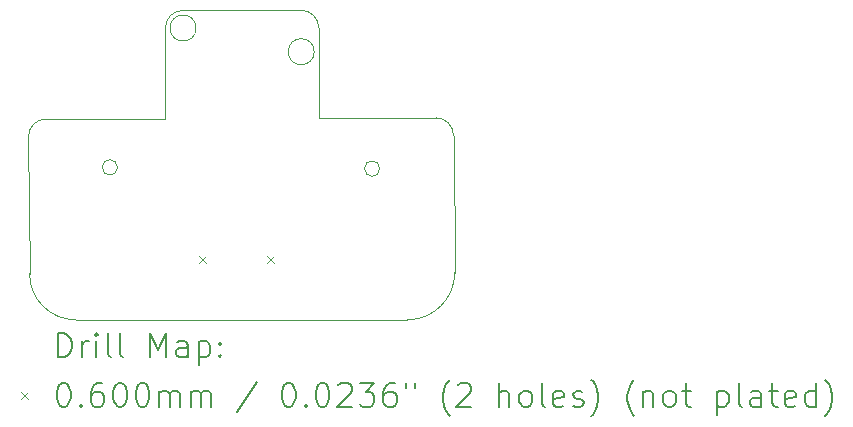
<source format=gbr>
%TF.GenerationSoftware,KiCad,Pcbnew,(6.0.10)*%
%TF.CreationDate,2023-07-05T14:15:24+02:00*%
%TF.ProjectId,USB-Tag,5553422d-5461-4672-9e6b-696361645f70,rev?*%
%TF.SameCoordinates,Original*%
%TF.FileFunction,Drillmap*%
%TF.FilePolarity,Positive*%
%FSLAX45Y45*%
G04 Gerber Fmt 4.5, Leading zero omitted, Abs format (unit mm)*
G04 Created by KiCad (PCBNEW (6.0.10)) date 2023-07-05 14:15:24*
%MOMM*%
%LPD*%
G01*
G04 APERTURE LIST*
%ADD10C,0.100000*%
%ADD11C,0.200000*%
%ADD12C,0.060000*%
G04 APERTURE END LIST*
D10*
X14970000Y-9170000D02*
X15960000Y-9170000D01*
X16120000Y-10480000D02*
X16110000Y-9320000D01*
X12660000Y-9180000D02*
X13670000Y-9180000D01*
X15485000Y-9600000D02*
G75*
G03*
X15485000Y-9600000I-65000J0D01*
G01*
X13930000Y-8410000D02*
G75*
G03*
X13930000Y-8410000I-110000J0D01*
G01*
X12660000Y-9180000D02*
G75*
G03*
X12510000Y-9330000I0J-150000D01*
G01*
X13820000Y-8260000D02*
X14820000Y-8260000D01*
X14930000Y-8610000D02*
G75*
G03*
X14930000Y-8610000I-110000J0D01*
G01*
X14970000Y-9170000D02*
X14970000Y-8410000D01*
X12520000Y-10490000D02*
G75*
G03*
X12910000Y-10880000I390000J0D01*
G01*
X13670000Y-9180000D02*
X13670000Y-8410000D01*
X13820000Y-8260000D02*
G75*
G03*
X13670000Y-8410000I0J-150000D01*
G01*
X13265000Y-9590000D02*
G75*
G03*
X13265000Y-9590000I-65000J0D01*
G01*
X12910000Y-10880000D02*
X15720000Y-10880000D01*
X12520000Y-10490000D02*
X12510000Y-9330000D01*
X15720000Y-10880000D02*
G75*
G03*
X16120000Y-10480000I0J400000D01*
G01*
X14970000Y-8410000D02*
G75*
G03*
X14820000Y-8260000I-150000J0D01*
G01*
X16110000Y-9320000D02*
G75*
G03*
X15960000Y-9170000I-150000J0D01*
G01*
D11*
D12*
X13951000Y-10337000D02*
X14011000Y-10397000D01*
X14011000Y-10337000D02*
X13951000Y-10397000D01*
X14529000Y-10337000D02*
X14589000Y-10397000D01*
X14589000Y-10337000D02*
X14529000Y-10397000D01*
D11*
X12762619Y-11195476D02*
X12762619Y-10995476D01*
X12810238Y-10995476D01*
X12838809Y-11005000D01*
X12857857Y-11024048D01*
X12867381Y-11043095D01*
X12876905Y-11081190D01*
X12876905Y-11109762D01*
X12867381Y-11147857D01*
X12857857Y-11166905D01*
X12838809Y-11185952D01*
X12810238Y-11195476D01*
X12762619Y-11195476D01*
X12962619Y-11195476D02*
X12962619Y-11062143D01*
X12962619Y-11100238D02*
X12972143Y-11081190D01*
X12981667Y-11071667D01*
X13000714Y-11062143D01*
X13019762Y-11062143D01*
X13086428Y-11195476D02*
X13086428Y-11062143D01*
X13086428Y-10995476D02*
X13076905Y-11005000D01*
X13086428Y-11014524D01*
X13095952Y-11005000D01*
X13086428Y-10995476D01*
X13086428Y-11014524D01*
X13210238Y-11195476D02*
X13191190Y-11185952D01*
X13181667Y-11166905D01*
X13181667Y-10995476D01*
X13315000Y-11195476D02*
X13295952Y-11185952D01*
X13286428Y-11166905D01*
X13286428Y-10995476D01*
X13543571Y-11195476D02*
X13543571Y-10995476D01*
X13610238Y-11138333D01*
X13676905Y-10995476D01*
X13676905Y-11195476D01*
X13857857Y-11195476D02*
X13857857Y-11090714D01*
X13848333Y-11071667D01*
X13829286Y-11062143D01*
X13791190Y-11062143D01*
X13772143Y-11071667D01*
X13857857Y-11185952D02*
X13838809Y-11195476D01*
X13791190Y-11195476D01*
X13772143Y-11185952D01*
X13762619Y-11166905D01*
X13762619Y-11147857D01*
X13772143Y-11128810D01*
X13791190Y-11119286D01*
X13838809Y-11119286D01*
X13857857Y-11109762D01*
X13953095Y-11062143D02*
X13953095Y-11262143D01*
X13953095Y-11071667D02*
X13972143Y-11062143D01*
X14010238Y-11062143D01*
X14029286Y-11071667D01*
X14038809Y-11081190D01*
X14048333Y-11100238D01*
X14048333Y-11157381D01*
X14038809Y-11176429D01*
X14029286Y-11185952D01*
X14010238Y-11195476D01*
X13972143Y-11195476D01*
X13953095Y-11185952D01*
X14134048Y-11176429D02*
X14143571Y-11185952D01*
X14134048Y-11195476D01*
X14124524Y-11185952D01*
X14134048Y-11176429D01*
X14134048Y-11195476D01*
X14134048Y-11071667D02*
X14143571Y-11081190D01*
X14134048Y-11090714D01*
X14124524Y-11081190D01*
X14134048Y-11071667D01*
X14134048Y-11090714D01*
D12*
X12445000Y-11495000D02*
X12505000Y-11555000D01*
X12505000Y-11495000D02*
X12445000Y-11555000D01*
D11*
X12800714Y-11415476D02*
X12819762Y-11415476D01*
X12838809Y-11425000D01*
X12848333Y-11434524D01*
X12857857Y-11453571D01*
X12867381Y-11491667D01*
X12867381Y-11539286D01*
X12857857Y-11577381D01*
X12848333Y-11596428D01*
X12838809Y-11605952D01*
X12819762Y-11615476D01*
X12800714Y-11615476D01*
X12781667Y-11605952D01*
X12772143Y-11596428D01*
X12762619Y-11577381D01*
X12753095Y-11539286D01*
X12753095Y-11491667D01*
X12762619Y-11453571D01*
X12772143Y-11434524D01*
X12781667Y-11425000D01*
X12800714Y-11415476D01*
X12953095Y-11596428D02*
X12962619Y-11605952D01*
X12953095Y-11615476D01*
X12943571Y-11605952D01*
X12953095Y-11596428D01*
X12953095Y-11615476D01*
X13134048Y-11415476D02*
X13095952Y-11415476D01*
X13076905Y-11425000D01*
X13067381Y-11434524D01*
X13048333Y-11463095D01*
X13038809Y-11501190D01*
X13038809Y-11577381D01*
X13048333Y-11596428D01*
X13057857Y-11605952D01*
X13076905Y-11615476D01*
X13115000Y-11615476D01*
X13134048Y-11605952D01*
X13143571Y-11596428D01*
X13153095Y-11577381D01*
X13153095Y-11529762D01*
X13143571Y-11510714D01*
X13134048Y-11501190D01*
X13115000Y-11491667D01*
X13076905Y-11491667D01*
X13057857Y-11501190D01*
X13048333Y-11510714D01*
X13038809Y-11529762D01*
X13276905Y-11415476D02*
X13295952Y-11415476D01*
X13315000Y-11425000D01*
X13324524Y-11434524D01*
X13334048Y-11453571D01*
X13343571Y-11491667D01*
X13343571Y-11539286D01*
X13334048Y-11577381D01*
X13324524Y-11596428D01*
X13315000Y-11605952D01*
X13295952Y-11615476D01*
X13276905Y-11615476D01*
X13257857Y-11605952D01*
X13248333Y-11596428D01*
X13238809Y-11577381D01*
X13229286Y-11539286D01*
X13229286Y-11491667D01*
X13238809Y-11453571D01*
X13248333Y-11434524D01*
X13257857Y-11425000D01*
X13276905Y-11415476D01*
X13467381Y-11415476D02*
X13486428Y-11415476D01*
X13505476Y-11425000D01*
X13515000Y-11434524D01*
X13524524Y-11453571D01*
X13534048Y-11491667D01*
X13534048Y-11539286D01*
X13524524Y-11577381D01*
X13515000Y-11596428D01*
X13505476Y-11605952D01*
X13486428Y-11615476D01*
X13467381Y-11615476D01*
X13448333Y-11605952D01*
X13438809Y-11596428D01*
X13429286Y-11577381D01*
X13419762Y-11539286D01*
X13419762Y-11491667D01*
X13429286Y-11453571D01*
X13438809Y-11434524D01*
X13448333Y-11425000D01*
X13467381Y-11415476D01*
X13619762Y-11615476D02*
X13619762Y-11482143D01*
X13619762Y-11501190D02*
X13629286Y-11491667D01*
X13648333Y-11482143D01*
X13676905Y-11482143D01*
X13695952Y-11491667D01*
X13705476Y-11510714D01*
X13705476Y-11615476D01*
X13705476Y-11510714D02*
X13715000Y-11491667D01*
X13734048Y-11482143D01*
X13762619Y-11482143D01*
X13781667Y-11491667D01*
X13791190Y-11510714D01*
X13791190Y-11615476D01*
X13886428Y-11615476D02*
X13886428Y-11482143D01*
X13886428Y-11501190D02*
X13895952Y-11491667D01*
X13915000Y-11482143D01*
X13943571Y-11482143D01*
X13962619Y-11491667D01*
X13972143Y-11510714D01*
X13972143Y-11615476D01*
X13972143Y-11510714D02*
X13981667Y-11491667D01*
X14000714Y-11482143D01*
X14029286Y-11482143D01*
X14048333Y-11491667D01*
X14057857Y-11510714D01*
X14057857Y-11615476D01*
X14448333Y-11405952D02*
X14276905Y-11663095D01*
X14705476Y-11415476D02*
X14724524Y-11415476D01*
X14743571Y-11425000D01*
X14753095Y-11434524D01*
X14762619Y-11453571D01*
X14772143Y-11491667D01*
X14772143Y-11539286D01*
X14762619Y-11577381D01*
X14753095Y-11596428D01*
X14743571Y-11605952D01*
X14724524Y-11615476D01*
X14705476Y-11615476D01*
X14686428Y-11605952D01*
X14676905Y-11596428D01*
X14667381Y-11577381D01*
X14657857Y-11539286D01*
X14657857Y-11491667D01*
X14667381Y-11453571D01*
X14676905Y-11434524D01*
X14686428Y-11425000D01*
X14705476Y-11415476D01*
X14857857Y-11596428D02*
X14867381Y-11605952D01*
X14857857Y-11615476D01*
X14848333Y-11605952D01*
X14857857Y-11596428D01*
X14857857Y-11615476D01*
X14991190Y-11415476D02*
X15010238Y-11415476D01*
X15029286Y-11425000D01*
X15038809Y-11434524D01*
X15048333Y-11453571D01*
X15057857Y-11491667D01*
X15057857Y-11539286D01*
X15048333Y-11577381D01*
X15038809Y-11596428D01*
X15029286Y-11605952D01*
X15010238Y-11615476D01*
X14991190Y-11615476D01*
X14972143Y-11605952D01*
X14962619Y-11596428D01*
X14953095Y-11577381D01*
X14943571Y-11539286D01*
X14943571Y-11491667D01*
X14953095Y-11453571D01*
X14962619Y-11434524D01*
X14972143Y-11425000D01*
X14991190Y-11415476D01*
X15134048Y-11434524D02*
X15143571Y-11425000D01*
X15162619Y-11415476D01*
X15210238Y-11415476D01*
X15229286Y-11425000D01*
X15238809Y-11434524D01*
X15248333Y-11453571D01*
X15248333Y-11472619D01*
X15238809Y-11501190D01*
X15124524Y-11615476D01*
X15248333Y-11615476D01*
X15315000Y-11415476D02*
X15438809Y-11415476D01*
X15372143Y-11491667D01*
X15400714Y-11491667D01*
X15419762Y-11501190D01*
X15429286Y-11510714D01*
X15438809Y-11529762D01*
X15438809Y-11577381D01*
X15429286Y-11596428D01*
X15419762Y-11605952D01*
X15400714Y-11615476D01*
X15343571Y-11615476D01*
X15324524Y-11605952D01*
X15315000Y-11596428D01*
X15610238Y-11415476D02*
X15572143Y-11415476D01*
X15553095Y-11425000D01*
X15543571Y-11434524D01*
X15524524Y-11463095D01*
X15515000Y-11501190D01*
X15515000Y-11577381D01*
X15524524Y-11596428D01*
X15534048Y-11605952D01*
X15553095Y-11615476D01*
X15591190Y-11615476D01*
X15610238Y-11605952D01*
X15619762Y-11596428D01*
X15629286Y-11577381D01*
X15629286Y-11529762D01*
X15619762Y-11510714D01*
X15610238Y-11501190D01*
X15591190Y-11491667D01*
X15553095Y-11491667D01*
X15534048Y-11501190D01*
X15524524Y-11510714D01*
X15515000Y-11529762D01*
X15705476Y-11415476D02*
X15705476Y-11453571D01*
X15781667Y-11415476D02*
X15781667Y-11453571D01*
X16076905Y-11691667D02*
X16067381Y-11682143D01*
X16048333Y-11653571D01*
X16038809Y-11634524D01*
X16029286Y-11605952D01*
X16019762Y-11558333D01*
X16019762Y-11520238D01*
X16029286Y-11472619D01*
X16038809Y-11444048D01*
X16048333Y-11425000D01*
X16067381Y-11396428D01*
X16076905Y-11386905D01*
X16143571Y-11434524D02*
X16153095Y-11425000D01*
X16172143Y-11415476D01*
X16219762Y-11415476D01*
X16238809Y-11425000D01*
X16248333Y-11434524D01*
X16257857Y-11453571D01*
X16257857Y-11472619D01*
X16248333Y-11501190D01*
X16134048Y-11615476D01*
X16257857Y-11615476D01*
X16495952Y-11615476D02*
X16495952Y-11415476D01*
X16581667Y-11615476D02*
X16581667Y-11510714D01*
X16572143Y-11491667D01*
X16553095Y-11482143D01*
X16524524Y-11482143D01*
X16505476Y-11491667D01*
X16495952Y-11501190D01*
X16705476Y-11615476D02*
X16686428Y-11605952D01*
X16676905Y-11596428D01*
X16667381Y-11577381D01*
X16667381Y-11520238D01*
X16676905Y-11501190D01*
X16686428Y-11491667D01*
X16705476Y-11482143D01*
X16734048Y-11482143D01*
X16753095Y-11491667D01*
X16762619Y-11501190D01*
X16772143Y-11520238D01*
X16772143Y-11577381D01*
X16762619Y-11596428D01*
X16753095Y-11605952D01*
X16734048Y-11615476D01*
X16705476Y-11615476D01*
X16886429Y-11615476D02*
X16867381Y-11605952D01*
X16857857Y-11586905D01*
X16857857Y-11415476D01*
X17038810Y-11605952D02*
X17019762Y-11615476D01*
X16981667Y-11615476D01*
X16962619Y-11605952D01*
X16953095Y-11586905D01*
X16953095Y-11510714D01*
X16962619Y-11491667D01*
X16981667Y-11482143D01*
X17019762Y-11482143D01*
X17038810Y-11491667D01*
X17048333Y-11510714D01*
X17048333Y-11529762D01*
X16953095Y-11548809D01*
X17124524Y-11605952D02*
X17143571Y-11615476D01*
X17181667Y-11615476D01*
X17200714Y-11605952D01*
X17210238Y-11586905D01*
X17210238Y-11577381D01*
X17200714Y-11558333D01*
X17181667Y-11548809D01*
X17153095Y-11548809D01*
X17134048Y-11539286D01*
X17124524Y-11520238D01*
X17124524Y-11510714D01*
X17134048Y-11491667D01*
X17153095Y-11482143D01*
X17181667Y-11482143D01*
X17200714Y-11491667D01*
X17276905Y-11691667D02*
X17286429Y-11682143D01*
X17305476Y-11653571D01*
X17315000Y-11634524D01*
X17324524Y-11605952D01*
X17334048Y-11558333D01*
X17334048Y-11520238D01*
X17324524Y-11472619D01*
X17315000Y-11444048D01*
X17305476Y-11425000D01*
X17286429Y-11396428D01*
X17276905Y-11386905D01*
X17638810Y-11691667D02*
X17629286Y-11682143D01*
X17610238Y-11653571D01*
X17600714Y-11634524D01*
X17591190Y-11605952D01*
X17581667Y-11558333D01*
X17581667Y-11520238D01*
X17591190Y-11472619D01*
X17600714Y-11444048D01*
X17610238Y-11425000D01*
X17629286Y-11396428D01*
X17638810Y-11386905D01*
X17715000Y-11482143D02*
X17715000Y-11615476D01*
X17715000Y-11501190D02*
X17724524Y-11491667D01*
X17743571Y-11482143D01*
X17772143Y-11482143D01*
X17791190Y-11491667D01*
X17800714Y-11510714D01*
X17800714Y-11615476D01*
X17924524Y-11615476D02*
X17905476Y-11605952D01*
X17895952Y-11596428D01*
X17886429Y-11577381D01*
X17886429Y-11520238D01*
X17895952Y-11501190D01*
X17905476Y-11491667D01*
X17924524Y-11482143D01*
X17953095Y-11482143D01*
X17972143Y-11491667D01*
X17981667Y-11501190D01*
X17991190Y-11520238D01*
X17991190Y-11577381D01*
X17981667Y-11596428D01*
X17972143Y-11605952D01*
X17953095Y-11615476D01*
X17924524Y-11615476D01*
X18048333Y-11482143D02*
X18124524Y-11482143D01*
X18076905Y-11415476D02*
X18076905Y-11586905D01*
X18086429Y-11605952D01*
X18105476Y-11615476D01*
X18124524Y-11615476D01*
X18343571Y-11482143D02*
X18343571Y-11682143D01*
X18343571Y-11491667D02*
X18362619Y-11482143D01*
X18400714Y-11482143D01*
X18419762Y-11491667D01*
X18429286Y-11501190D01*
X18438810Y-11520238D01*
X18438810Y-11577381D01*
X18429286Y-11596428D01*
X18419762Y-11605952D01*
X18400714Y-11615476D01*
X18362619Y-11615476D01*
X18343571Y-11605952D01*
X18553095Y-11615476D02*
X18534048Y-11605952D01*
X18524524Y-11586905D01*
X18524524Y-11415476D01*
X18715000Y-11615476D02*
X18715000Y-11510714D01*
X18705476Y-11491667D01*
X18686429Y-11482143D01*
X18648333Y-11482143D01*
X18629286Y-11491667D01*
X18715000Y-11605952D02*
X18695952Y-11615476D01*
X18648333Y-11615476D01*
X18629286Y-11605952D01*
X18619762Y-11586905D01*
X18619762Y-11567857D01*
X18629286Y-11548809D01*
X18648333Y-11539286D01*
X18695952Y-11539286D01*
X18715000Y-11529762D01*
X18781667Y-11482143D02*
X18857857Y-11482143D01*
X18810238Y-11415476D02*
X18810238Y-11586905D01*
X18819762Y-11605952D01*
X18838810Y-11615476D01*
X18857857Y-11615476D01*
X19000714Y-11605952D02*
X18981667Y-11615476D01*
X18943571Y-11615476D01*
X18924524Y-11605952D01*
X18915000Y-11586905D01*
X18915000Y-11510714D01*
X18924524Y-11491667D01*
X18943571Y-11482143D01*
X18981667Y-11482143D01*
X19000714Y-11491667D01*
X19010238Y-11510714D01*
X19010238Y-11529762D01*
X18915000Y-11548809D01*
X19181667Y-11615476D02*
X19181667Y-11415476D01*
X19181667Y-11605952D02*
X19162619Y-11615476D01*
X19124524Y-11615476D01*
X19105476Y-11605952D01*
X19095952Y-11596428D01*
X19086429Y-11577381D01*
X19086429Y-11520238D01*
X19095952Y-11501190D01*
X19105476Y-11491667D01*
X19124524Y-11482143D01*
X19162619Y-11482143D01*
X19181667Y-11491667D01*
X19257857Y-11691667D02*
X19267381Y-11682143D01*
X19286429Y-11653571D01*
X19295952Y-11634524D01*
X19305476Y-11605952D01*
X19315000Y-11558333D01*
X19315000Y-11520238D01*
X19305476Y-11472619D01*
X19295952Y-11444048D01*
X19286429Y-11425000D01*
X19267381Y-11396428D01*
X19257857Y-11386905D01*
M02*

</source>
